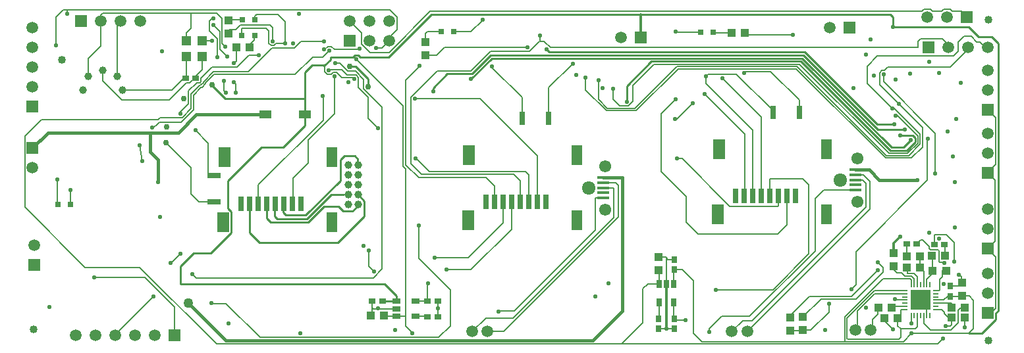
<source format=gtl>
G04*
G04 #@! TF.GenerationSoftware,Altium Limited,Altium Designer,21.6.4 (81)*
G04*
G04 Layer_Physical_Order=1*
G04 Layer_Color=255*
%FSLAX25Y25*%
%MOIN*%
G70*
G04*
G04 #@! TF.SameCoordinates,DF6BEBB8-A918-4F7C-B8FD-E409C10D3AD1*
G04*
G04*
G04 #@! TF.FilePolarity,Positive*
G04*
G01*
G75*
%ADD10C,0.01000*%
%ADD15R,0.05709X0.09843*%
%ADD16R,0.05906X0.09843*%
%ADD17R,0.03150X0.07480*%
%ADD18R,0.03937X0.04331*%
%ADD19R,0.03150X0.03150*%
%ADD20R,0.03150X0.06693*%
%ADD21R,0.06693X0.03150*%
%ADD22R,0.06299X0.03937*%
%ADD23R,0.05118X0.05118*%
%ADD24R,0.05906X0.01772*%
%ADD25R,0.04331X0.03937*%
%ADD26R,0.03543X0.02756*%
%ADD27R,0.04331X0.02559*%
%ADD28R,0.02756X0.03543*%
%ADD29O,0.03150X0.00787*%
%ADD30O,0.00787X0.03150*%
%ADD32R,0.02559X0.04331*%
%ADD37C,0.05000*%
%ADD58C,0.03000*%
%ADD62C,0.04000*%
%ADD63R,0.10236X0.10236*%
%ADD64C,0.00600*%
%ADD65C,0.00800*%
%ADD66C,0.01500*%
%ADD67C,0.01200*%
%ADD68C,0.05906*%
%ADD69R,0.05906X0.05906*%
%ADD70R,0.05906X0.05906*%
%ADD71C,0.03937*%
%ADD72O,0.06693X0.07087*%
%ADD73C,0.06102*%
%ADD74C,0.02200*%
%ADD75C,0.01968*%
D10*
X363763Y156563D02*
Y161500D01*
X19013Y126750D02*
X25763Y120000D01*
X3100Y26420D02*
X3224Y26296D01*
X3100Y26420D02*
Y34980D01*
Y26400D02*
Y26420D01*
X3224Y26296D02*
X106304D01*
X27263Y64530D02*
Y78500D01*
X3100Y34980D02*
X9822Y41701D01*
X27263Y64530D02*
X28916Y62877D01*
X18494Y41701D02*
X28916Y52123D01*
Y62877D01*
X9822Y41701D02*
X18494D01*
X90563Y130700D02*
X91200Y130063D01*
X129963Y162700D02*
X236263D01*
X88763Y136500D02*
X91763D01*
X50863Y60400D02*
Y67449D01*
X363700Y156563D02*
X363763D01*
X406943Y151600D02*
X413800D01*
X401980Y156563D02*
X406943Y151600D01*
X363763Y156563D02*
X401980D01*
X413800Y151600D02*
X417263Y148137D01*
X108563Y141300D02*
X129963Y162700D01*
X94074Y141300D02*
X108563D01*
X93111Y142263D02*
X94074Y141300D01*
X91289Y142263D02*
X93111D01*
X90326Y141300D02*
X91289Y142263D01*
X79063Y141300D02*
X90326D01*
X362463Y162800D02*
X363763Y161500D01*
X236263Y162800D02*
X362463D01*
X402063Y1000D02*
X408661D01*
X106304Y26296D02*
X112539Y20061D01*
Y17303D02*
Y20061D01*
X105519Y17303D02*
X112539D01*
X160763Y140600D02*
X317863D01*
X160100Y142200D02*
X318526D01*
X189863Y143800D02*
X319188D01*
X367463Y101500D02*
X373763D01*
X374963Y100300D01*
Y98089D02*
Y100300D01*
X370774Y93900D02*
X374963Y98089D01*
X362300Y93900D02*
X370774D01*
X317200Y139000D02*
X362300Y93900D01*
X241463Y139000D02*
X317200D01*
X228963Y126500D02*
X241463Y139000D01*
X228963Y118400D02*
Y126500D01*
X319188Y143800D02*
X355788Y107200D01*
X364463D01*
X356126Y104600D02*
X369663D01*
X318526Y142200D02*
X356126Y104600D01*
X362963Y95500D02*
X369263D01*
X317863Y140600D02*
X362963Y95500D01*
X188563Y145100D02*
X189863Y143800D01*
X150600Y132700D02*
X160100Y142200D01*
X138063Y132700D02*
X150600D01*
X150163Y130000D02*
X160763Y140600D01*
X130963Y125600D02*
X138063Y132700D01*
X130963Y123900D02*
Y125600D01*
X369263Y95500D02*
X372763Y99000D01*
X364463Y107200D02*
X364563Y107100D01*
X408661Y1000D02*
X415753Y8092D01*
Y11210D01*
X417263Y12720D02*
Y148137D01*
X415753Y11210D02*
X417263Y12720D01*
X75263Y137000D02*
X76263D01*
X69763D02*
X75263D01*
X91763Y136500D02*
X98263Y130000D01*
Y127500D02*
Y130000D01*
X25763Y120000D02*
X66263D01*
X79063Y139800D02*
Y141300D01*
X76263Y137000D02*
X79063Y139800D01*
X66263Y133500D02*
X69763Y137000D01*
X66263Y120000D02*
Y133500D01*
Y112000D02*
Y120000D01*
Y106500D02*
Y112000D01*
X55263Y95500D02*
X66263Y106500D01*
X44263Y95500D02*
X55263D01*
X27263Y78500D02*
X44263Y95500D01*
X43263Y47000D02*
X82763D01*
X96263Y60500D01*
Y68100D01*
X90263Y63000D02*
X92463Y65200D01*
Y66500D01*
X92963Y71400D02*
X96263Y68100D01*
X67059Y59000D02*
X79559Y71500D01*
X85763D01*
X66563Y61000D02*
X84063Y78500D01*
X75822Y65500D02*
X83063D01*
X85563Y63000D01*
X90263D01*
X55163Y62400D02*
Y67449D01*
X56363Y61000D02*
X66563D01*
X56363D02*
Y61200D01*
X55163Y62400D02*
X56363Y61200D01*
X50863Y60400D02*
X52263Y59000D01*
X46763Y59500D02*
X48863Y57400D01*
X46763Y59500D02*
Y67449D01*
X38263Y52000D02*
X43263Y47000D01*
X38263Y52000D02*
Y67449D01*
X52263Y59000D02*
X67059D01*
X48863Y57400D02*
X67721D01*
X75822Y65500D01*
X84063Y78500D02*
Y89000D01*
X86063Y91000D01*
X91363D01*
X92863Y89500D01*
Y86500D02*
Y89500D01*
D15*
X79863Y90500D02*
D03*
X79816Y57500D02*
D03*
X330153Y61500D02*
D03*
X330200Y94500D02*
D03*
X203653Y58500D02*
D03*
X203700Y91500D02*
D03*
D16*
X25363Y90500D02*
D03*
X24863Y57500D02*
D03*
X275200Y61500D02*
D03*
X275700Y94500D02*
D03*
X148700Y58500D02*
D03*
X149200Y91500D02*
D03*
D17*
X33851Y66949D02*
D03*
X38182D02*
D03*
X42513D02*
D03*
X46843D02*
D03*
X51174D02*
D03*
X55505D02*
D03*
X59835D02*
D03*
X64166D02*
D03*
X314503Y70949D02*
D03*
X310172D02*
D03*
X305842D02*
D03*
X301511D02*
D03*
X297180D02*
D03*
X292850D02*
D03*
X288519D02*
D03*
X284188D02*
D03*
X188003Y67949D02*
D03*
X183672D02*
D03*
X179342D02*
D03*
X175011D02*
D03*
X170680D02*
D03*
X166350D02*
D03*
X162019D02*
D03*
X157688D02*
D03*
D18*
X318200Y2654D02*
D03*
Y9347D02*
D03*
X311700Y2454D02*
D03*
Y9146D02*
D03*
X27500Y159947D02*
D03*
Y153253D02*
D03*
X398700Y26846D02*
D03*
Y20154D02*
D03*
X245200Y33154D02*
D03*
Y39846D02*
D03*
X127263Y148846D02*
D03*
Y142154D02*
D03*
X364200Y35153D02*
D03*
Y41846D02*
D03*
D19*
X40848Y160000D02*
D03*
X34352D02*
D03*
X34152Y152100D02*
D03*
X40648D02*
D03*
X-59048Y66600D02*
D03*
X-52552D02*
D03*
X141448Y154000D02*
D03*
X134952D02*
D03*
X266315Y153900D02*
D03*
X272811D02*
D03*
D20*
X176070Y110100D02*
D03*
X189456D02*
D03*
X316356Y113000D02*
D03*
X302970D02*
D03*
D21*
X20263Y67907D02*
D03*
Y81293D02*
D03*
D22*
X46263Y112000D02*
D03*
X66263D02*
D03*
D23*
X6200Y141500D02*
D03*
X14074D02*
D03*
X6200Y149374D02*
D03*
X14074D02*
D03*
D24*
X344700Y73764D02*
D03*
Y76323D02*
D03*
Y78882D02*
D03*
Y81441D02*
D03*
Y84000D02*
D03*
X217200Y69764D02*
D03*
Y72323D02*
D03*
Y74882D02*
D03*
Y77441D02*
D03*
Y80000D02*
D03*
D25*
X38109Y146000D02*
D03*
X31417D02*
D03*
X106109Y10063D02*
D03*
X99417D02*
D03*
X356316Y14300D02*
D03*
X363010D02*
D03*
X400046Y14000D02*
D03*
X393354D02*
D03*
Y9000D02*
D03*
X400046D02*
D03*
X390610Y32800D02*
D03*
X383917D02*
D03*
X383417Y40600D02*
D03*
X390109D02*
D03*
X377547Y40000D02*
D03*
X370853D02*
D03*
X370853Y34500D02*
D03*
X377547D02*
D03*
X359517Y8700D02*
D03*
X366210D02*
D03*
X282217Y153500D02*
D03*
X288910D02*
D03*
D26*
X10822Y130500D02*
D03*
X5704D02*
D03*
X133322Y17563D02*
D03*
X128204D02*
D03*
X384641Y46000D02*
D03*
X389759D02*
D03*
X375759Y46500D02*
D03*
X370641D02*
D03*
X100204Y17500D02*
D03*
X105322D02*
D03*
X128204Y9563D02*
D03*
X133322D02*
D03*
D27*
X121987Y17303D02*
D03*
Y9823D02*
D03*
X112539D02*
D03*
Y13563D02*
D03*
Y17303D02*
D03*
D28*
X392700Y25059D02*
D03*
Y19941D02*
D03*
X245200Y3441D02*
D03*
Y8559D02*
D03*
X253200Y38559D02*
D03*
Y33441D02*
D03*
Y3441D02*
D03*
Y8559D02*
D03*
D29*
X385574Y13276D02*
D03*
Y14850D02*
D03*
Y16425D02*
D03*
Y18000D02*
D03*
Y19575D02*
D03*
Y21150D02*
D03*
Y22724D02*
D03*
X369826D02*
D03*
Y21150D02*
D03*
Y19575D02*
D03*
Y18000D02*
D03*
Y16425D02*
D03*
Y14850D02*
D03*
Y13276D02*
D03*
D30*
X382424Y25874D02*
D03*
X380850D02*
D03*
X379275D02*
D03*
X377700D02*
D03*
X376125D02*
D03*
X374550D02*
D03*
X372976D02*
D03*
Y10126D02*
D03*
X374550D02*
D03*
X376125D02*
D03*
X377700D02*
D03*
X379275D02*
D03*
X380850D02*
D03*
X382424D02*
D03*
D32*
X252846Y16791D02*
D03*
X245365D02*
D03*
Y26240D02*
D03*
X249106D02*
D03*
X252846D02*
D03*
D37*
X7100Y16400D02*
D03*
D58*
X98263Y126000D02*
D03*
X88763Y136500D02*
D03*
X-4400Y97900D02*
D03*
X-3737Y105750D02*
D03*
X19263Y127000D02*
D03*
X4763Y120000D02*
D03*
D62*
X412100Y-2562D02*
D03*
Y160000D02*
D03*
X-56734Y139637D02*
D03*
X-71400Y3000D02*
D03*
D63*
X377700Y18000D02*
D03*
D64*
X387500Y28337D02*
X388863Y29700D01*
X385574Y22724D02*
X385610Y22760D01*
X387091D02*
X387500Y23170D01*
Y28337D01*
X385610Y22760D02*
X387091D01*
X267000Y-3100D02*
X339363D01*
X358740Y28800D02*
X372300D01*
X339363Y-3100D02*
X368963D01*
X372976Y25874D02*
Y28124D01*
X372300Y28800D02*
X372976Y28124D01*
X-75590Y64990D02*
X-45200Y34600D01*
X-75590Y64990D02*
Y101210D01*
X-14900Y29500D02*
X0Y14600D01*
X-40500Y29500D02*
X-14900D01*
X0Y100D02*
Y14600D01*
X21300Y-4200D02*
X226500D01*
X-45200Y34600D02*
X-17500D01*
X21300Y-4200D01*
X-29700Y800D02*
X-10600Y19900D01*
X19400Y16300D02*
X26200D01*
X43400Y-900D01*
X226500Y-4200D02*
X226550Y-4150D01*
X9000Y31300D02*
X11000Y29300D01*
X100628Y29300D01*
X105200Y33872D01*
Y115669D01*
X133800Y-900D02*
X139600Y4900D01*
X43400Y-900D02*
X133800D01*
X139600Y4900D02*
Y23200D01*
X123600Y39200D02*
X139600Y23200D01*
X123600Y39200D02*
Y55700D01*
X-17700Y96500D02*
X-16144Y88556D01*
X-9498Y106576D02*
X-9074D01*
X-7500Y108150D01*
X-11100Y105350D02*
X-10724D01*
X-9498Y106576D01*
X-1700Y36900D02*
X3000Y41600D01*
X93263Y125909D02*
Y130828D01*
X95863Y125006D02*
X105200Y115669D01*
X95863Y125006D02*
Y129937D01*
X91700Y134100D02*
X95863Y129937D01*
X98263Y110000D02*
Y120909D01*
X93263Y125909D02*
X98263Y120909D01*
Y110000D02*
X102763Y105500D01*
X84783Y134700D02*
X87383Y132100D01*
X87769Y134100D02*
X91700D01*
X83869Y138000D02*
X87769Y134100D01*
X91991Y132100D02*
X93263Y130828D01*
X87383Y132100D02*
X91991D01*
X81563Y138000D02*
X83869D01*
X78263Y134500D02*
X78463Y134700D01*
X84783D01*
X102250Y145713D02*
X104976D01*
X108763Y149500D01*
X33952Y152100D02*
Y155689D01*
X3312Y108150D02*
X9663Y114500D01*
X-7500Y108150D02*
X3312D01*
X-75590Y101210D02*
X-67300Y109500D01*
X-8200D02*
X-7137Y110563D01*
X-67300Y109500D02*
X-8200D01*
X4028Y110563D02*
X8463Y114998D01*
X-7137Y110563D02*
X4028D01*
X8563Y163500D02*
X21526D01*
X-36237D02*
X8563D01*
X377563Y97012D02*
Y102100D01*
X371751Y91200D02*
X377563Y97012D01*
X355863Y141700D02*
X394300D01*
X396600Y144000D01*
Y148700D01*
X407663Y148900D02*
X410563Y146000D01*
X406100Y148900D02*
X407663D01*
X403300Y151700D02*
X406100Y148900D01*
X399600Y151700D02*
X403300D01*
X185100Y149300D02*
X187191D01*
X185100Y149609D02*
Y152300D01*
X187191Y149300D02*
X190491Y146000D01*
X179691Y144200D02*
X184791Y149300D01*
X393354Y5454D02*
Y9000D01*
X392700Y4800D02*
X393354Y5454D01*
X390500Y4800D02*
X392700D01*
X393063Y2700D02*
X396863Y6500D01*
X382763Y2700D02*
X393063D01*
X379275Y6188D02*
X382763Y2700D01*
X386400Y-4300D02*
X389100Y-1600D01*
X402063Y1000D02*
X404563Y3500D01*
X373163Y1000D02*
X402063D01*
X226700Y-4300D02*
X386400D01*
X226550Y-4150D02*
X226700Y-4300D01*
X391700Y9000D02*
X393354D01*
X389700Y11000D02*
X391700Y9000D01*
X389700Y11000D02*
Y11951D01*
X388376Y13276D02*
X389700Y11951D01*
X385574Y13276D02*
X388376D01*
X18937Y160800D02*
X19700D01*
X21526Y163500D02*
X24200Y160826D01*
X-37300Y162437D02*
X-36237Y163500D01*
X40848Y160000D02*
Y162048D01*
X41600Y162800D01*
X52463D01*
X8463Y114998D02*
Y122397D01*
X13088Y127022D01*
X13464D01*
X14694Y128252D01*
Y128628D01*
X19766Y133700D01*
X37291D01*
X49391Y145800D01*
X60765D01*
X64065Y149100D01*
X75863D01*
X226550Y-4150D02*
X237200Y6500D01*
Y23800D01*
X239640Y26240D01*
X245365D01*
X257104Y33441D02*
X262600Y27945D01*
Y1300D02*
Y27945D01*
Y1300D02*
X267000Y-3100D01*
X331300Y11700D02*
Y16200D01*
X322253Y2654D02*
X331300Y11700D01*
X318200Y2654D02*
X322253D01*
X311700Y10100D02*
X321300Y19700D01*
X342763D01*
X356163Y33100D01*
X345000Y18500D02*
X358800Y32300D01*
X327354Y18500D02*
X345000D01*
X318200Y9347D02*
X327354Y18500D01*
X358800Y32300D02*
Y34363D01*
X345063Y25663D02*
Y42600D01*
X311700Y2454D02*
X318000D01*
X342800Y23400D02*
X345063Y25663D01*
X356163Y37000D02*
X358800Y34363D01*
X311700Y9146D02*
Y10100D01*
X339363Y-2800D02*
Y9422D01*
X354484Y21150D02*
X369826D01*
X345863Y12528D02*
X354484Y21150D01*
X345863Y4463D02*
Y12528D01*
X354362Y22724D02*
X369826D01*
X340563Y8925D02*
X354362Y22724D01*
X340563Y-1500D02*
Y8925D01*
X339363Y9422D02*
X358740Y28800D01*
X98500Y35000D02*
X101000Y32500D01*
X98500Y35000D02*
Y43000D01*
X24200Y148063D02*
Y160826D01*
Y148063D02*
X25763Y146500D01*
X19763Y157500D02*
X23000Y154263D01*
Y145263D02*
Y154263D01*
Y145263D02*
X26763Y141500D01*
X17637Y154626D02*
X21763Y150500D01*
Y141000D02*
Y150500D01*
X33500Y157400D02*
X48363D01*
X31254Y155154D02*
X33500Y157400D01*
X27763Y155154D02*
X31254D01*
X48363Y157400D02*
X49763Y156000D01*
X46574Y155689D02*
X47763Y154500D01*
X33952Y155689D02*
X46574D01*
X340963Y-1900D02*
X366663D01*
X340563Y-1500D02*
X340963Y-1900D01*
X366663D02*
X367663Y-900D01*
X368963Y-3100D02*
X373063Y1000D01*
X367663Y-900D02*
Y3400D01*
X353363Y8137D02*
X356137Y10911D01*
X353363Y3800D02*
Y8137D01*
X356137Y10911D02*
Y12384D01*
X345863Y4463D02*
X347326Y3000D01*
X381263Y78800D02*
Y99700D01*
X345063Y42600D02*
X381263Y78800D01*
X175011Y67949D02*
Y78452D01*
X171763Y81700D02*
X175011Y78452D01*
X125063Y81700D02*
X171763D01*
X119763Y87000D02*
X125063Y81700D01*
X119763Y120928D02*
X132935Y134100D01*
X149963D01*
X119763Y87000D02*
Y120928D01*
X149963Y134100D02*
X160063Y144200D01*
X179691D01*
X190491Y146000D02*
X376500D01*
X359463Y134400D02*
X361163Y136100D01*
X358135Y134400D02*
X359463D01*
X356963Y133228D02*
X358135Y134400D01*
X356963Y127300D02*
Y133228D01*
Y127300D02*
X366763Y117500D01*
X350663Y127900D02*
X363463Y115100D01*
X350663Y127900D02*
Y136500D01*
X355863Y141700D01*
X410563Y146000D02*
X411700D01*
X253200Y33441D02*
X257104D01*
X208263Y124403D02*
Y130800D01*
Y124403D02*
X218666Y114000D01*
X233760D01*
X254960Y135200D01*
X314766D01*
X359966Y90000D01*
X373148D01*
X378763Y95615D01*
Y105500D01*
X366763Y117500D02*
X378763Y105500D01*
X214663Y119700D02*
Y129400D01*
Y119700D02*
X219163Y115200D01*
X233263D01*
X254463Y136400D01*
X315263D01*
X360463Y91200D01*
X371751D01*
X364563Y115100D02*
X377563Y102100D01*
X363463Y115100D02*
X364563D01*
X365063Y111500D02*
X365963D01*
X376363Y101100D01*
X371254Y92400D02*
X376363Y97509D01*
X361663Y92400D02*
X371254D01*
X376363Y97509D02*
Y101100D01*
X316463Y137600D02*
X361663Y92400D01*
X242763Y137600D02*
X316463D01*
X232063Y126900D02*
X242763Y137600D01*
X232063Y118672D02*
Y126900D01*
X229791Y116400D02*
X232063Y118672D01*
X225563Y116400D02*
X229791D01*
X222263Y119700D02*
X225563Y116400D01*
X222263Y119700D02*
Y125000D01*
X268513Y122550D02*
X288863Y102200D01*
X254463Y109800D02*
X262363Y117700D01*
X253563Y109800D02*
X254463D01*
X277463Y130400D02*
X297180Y110683D01*
Y70949D02*
Y110683D01*
X282263Y2000D02*
X287863Y7600D01*
X292463D01*
X350063Y65200D01*
Y77264D01*
X348445Y78882D02*
X350063Y77264D01*
X344700Y78882D02*
X348445D01*
X344700Y81441D02*
X348822D01*
X352263Y78000D01*
Y64189D02*
Y78000D01*
X290074Y2000D02*
X352263Y64189D01*
X301563Y71001D02*
Y79600D01*
X274363Y23300D02*
X302963D01*
X321163Y41500D01*
Y76400D01*
X317963Y79600D02*
X321163Y76400D01*
X301563Y79600D02*
X317963D01*
X253959Y7800D02*
X258863D01*
X252846Y26240D02*
Y33087D01*
X245365Y26240D02*
Y32988D01*
X252846Y8913D02*
Y16791D01*
X245365Y8724D02*
Y16791D01*
X305463Y51500D02*
X310172Y56209D01*
X265263Y51500D02*
X305463D01*
X259263Y57500D02*
X265263Y51500D01*
X259263Y57500D02*
Y70400D01*
X246563Y83100D02*
X259263Y70400D01*
X246563Y112400D02*
X253863Y119700D01*
X246563Y83100D02*
Y112400D01*
X310172Y56209D02*
Y70949D01*
X288863Y71900D02*
Y102200D01*
X301511Y70949D02*
X301563Y71001D01*
X288519Y70949D02*
Y73206D01*
X254563Y89700D02*
X256963D01*
X281163Y65500D01*
X305563D01*
X305842Y65779D01*
Y70949D01*
X394763Y37700D02*
Y47100D01*
X390685Y51178D02*
X394763Y47100D01*
X384641Y51178D02*
X390685D01*
X386963Y37400D02*
Y43100D01*
X386463Y43600D02*
X386963Y43100D01*
X382618Y43600D02*
X386463D01*
X381969Y44249D02*
X382618Y43600D01*
X387363Y37000D02*
X389463D01*
X386963Y37400D02*
X387363Y37000D01*
X381969Y44249D02*
Y45294D01*
X378759Y48504D02*
X381969Y45294D01*
X377763Y48504D02*
X378759D01*
X375759Y46500D02*
X377763Y48504D01*
X384641Y46000D02*
Y51178D01*
X390047Y40000D02*
Y45713D01*
X398563Y26709D02*
Y29800D01*
X397563Y30800D02*
X398563Y29800D01*
X396913Y25059D02*
X398563Y26709D01*
X392700Y25059D02*
X396913D01*
X398700Y20154D02*
X402310D01*
X404563Y17900D01*
Y3500D02*
Y17900D01*
X388863Y32816D02*
X390546Y34500D01*
X388863Y29700D02*
Y32816D01*
X366210Y4854D02*
Y8700D01*
Y4854D02*
X367663Y3400D01*
X375063D01*
X376125Y4462D01*
X372976Y6313D02*
Y10126D01*
X376125Y4462D02*
Y10126D01*
X400046Y4183D02*
Y9000D01*
X379275Y6188D02*
Y10126D01*
X396863Y6500D02*
Y12800D01*
X398063Y14000D01*
X400046D01*
X393354D02*
X393438Y14084D01*
Y16425D01*
X385574D02*
X393438D01*
X392700Y19941D02*
X398487D01*
X391304D02*
X392700D01*
X389363Y18000D02*
X391304Y19941D01*
X385574Y18000D02*
X389363D01*
X359517Y7346D02*
X363763Y3100D01*
X359517Y7346D02*
Y8700D01*
X366210D02*
X367639Y10129D01*
Y13276D01*
X369826D01*
X363560Y14850D02*
X369826D01*
X364163Y18900D02*
X365063Y18000D01*
X369826D01*
X370641Y40213D02*
Y46500D01*
X364200Y33363D02*
Y35153D01*
Y33363D02*
X365863Y31700D01*
X368247D01*
X369647Y30300D01*
X372938D01*
X374550Y28687D01*
Y25874D02*
Y28687D01*
X370853Y34500D02*
X371263Y34091D01*
Y31500D02*
Y34091D01*
Y31500D02*
X374387D01*
X376125Y29762D01*
Y25874D02*
Y29762D01*
X377547Y34500D02*
Y40000D01*
X383854Y34500D02*
Y39500D01*
Y31591D02*
Y34500D01*
X380850Y28587D02*
X383854Y31591D01*
X380850Y25874D02*
Y28587D01*
X379275Y25874D02*
Y32772D01*
X411700Y114500D02*
X415663Y110537D01*
Y86800D02*
Y110537D01*
X411700Y82837D02*
X415663Y86800D01*
X411700Y82500D02*
Y82837D01*
Y82500D02*
X415553Y78647D01*
Y47853D02*
Y78647D01*
X411700Y44000D02*
X415553Y47853D01*
X411700Y44000D02*
X415863Y39837D01*
Y13700D02*
Y39837D01*
X413663Y11500D02*
X415863Y13700D01*
X411700Y11500D02*
X413663D01*
X19066Y136000D02*
X31763D01*
X20263Y132500D02*
X61263D01*
X75263Y137000D02*
X76263Y136000D01*
Y133672D02*
Y136000D01*
Y133672D02*
X77435Y132500D01*
X79435D01*
X80435Y133500D01*
X82091D01*
X84891Y130700D01*
X90563D01*
X25263Y124000D02*
X26200Y123063D01*
X25263Y124000D02*
Y129000D01*
X61263Y132500D02*
X69986Y141223D01*
X15894Y128131D02*
X20263Y132500D01*
X17637Y154626D02*
Y159500D01*
X18937Y160800D01*
X13494Y128749D02*
Y130428D01*
X11288Y128222D02*
X12967D01*
X15894Y127755D02*
Y128131D01*
X13961Y125822D02*
X15894Y127755D01*
X13585Y125822D02*
X13961D01*
X9663Y121900D02*
X13585Y125822D01*
X12967Y128222D02*
X13494Y128749D01*
X9663Y114500D02*
Y121900D01*
X7263Y117500D02*
Y124197D01*
X13494Y130428D02*
X19066Y136000D01*
X7263Y124197D02*
X11288Y128222D01*
X69986Y141223D02*
X75263D01*
X78563Y144523D01*
X31763Y136000D02*
X37763Y142000D01*
X42763D01*
X3263Y113500D02*
X7263Y117500D01*
X81263Y112500D02*
Y131500D01*
X67763Y99000D02*
X81263Y112500D01*
X67763Y87500D02*
Y99000D01*
X51591Y148000D02*
X56263D01*
X50591Y147000D02*
X51591Y148000D01*
X48935Y147000D02*
X50591D01*
X47763Y148172D02*
X48935Y147000D01*
X47763Y148172D02*
Y154500D01*
X49763Y149000D02*
Y156000D01*
X59963Y67449D02*
Y79700D01*
X67763Y87500D01*
X380850Y10126D02*
Y14850D01*
X401700Y145103D02*
Y146000D01*
X392697Y136100D02*
X401700Y145103D01*
X361163Y136100D02*
X392697D01*
X396600Y148700D02*
X399600Y151700D01*
X376500Y146000D02*
Y149300D01*
X377700Y150500D01*
X388600D01*
X391700Y147400D01*
Y146000D02*
Y147400D01*
D65*
X328664Y73764D02*
X344700D01*
X324363Y69463D02*
X328664Y73764D01*
X324363Y42800D02*
Y69463D01*
X117086Y4877D02*
X120563Y1400D01*
X-59100Y67775D02*
Y79000D01*
Y67775D02*
X-58985Y66600D01*
X-52600Y66437D02*
Y73700D01*
X-54237Y163000D02*
Y165063D01*
X-56074Y165163D02*
X109100D01*
X253663Y153900D02*
X266315D01*
X269063Y131600D02*
X269963Y132500D01*
X269063Y127800D02*
Y131500D01*
X75363Y109200D02*
Y121800D01*
X249106Y3443D02*
X253198D01*
X133322Y9563D02*
Y17563D01*
X164263Y12500D02*
X172063D01*
X100700Y13563D02*
X112539D01*
X8300Y71863D02*
X12356Y67807D01*
X-4400Y97900D02*
X8300Y85200D01*
Y71863D02*
Y85200D01*
X3263Y112000D02*
Y113500D01*
X398300Y164400D02*
X401200Y161500D01*
X393890Y164400D02*
X398300D01*
X383890D02*
X388510D01*
X382837Y165453D02*
X383890Y164400D01*
X379563Y165453D02*
X382837D01*
X378510Y164400D02*
X379563Y165453D01*
X129542Y164400D02*
X378510D01*
X392837Y165453D02*
X393890Y164400D01*
X389563Y165453D02*
X392837D01*
X388510Y164400D02*
X389563Y165453D01*
X108755Y143613D02*
X129542Y164400D01*
X99060Y143613D02*
X108755D01*
X94810Y147863D02*
X99060Y143613D01*
X94810Y147863D02*
Y153453D01*
X88763Y159500D02*
X94810Y153453D01*
X52463Y162800D02*
X56263Y159000D01*
X150263Y33500D02*
X170680Y53917D01*
X137700Y33500D02*
X150263D01*
X40448Y149748D02*
Y152100D01*
X38109Y147409D02*
X40448Y149748D01*
X38109Y146000D02*
Y147409D01*
X12356Y67807D02*
X17200D01*
X249163Y3400D02*
X253159D01*
X245241D02*
X249163D01*
X-36300Y129263D02*
Y134500D01*
Y129263D02*
X-26637Y119600D01*
X-2437D01*
X6085Y128122D01*
X7890D01*
X10268Y130500D01*
X10822D01*
X385163Y82100D02*
Y102500D01*
X358963Y128700D02*
X385163Y102500D01*
X358963Y128700D02*
Y132400D01*
X117086Y4877D02*
Y9823D01*
X131763Y39600D02*
X148763D01*
X166350Y57187D01*
Y67949D01*
X288563Y133100D02*
X289363Y133900D01*
X269963Y132500D02*
X284570D01*
X303070Y114000D01*
X289363Y133900D02*
X301863D01*
X316456Y119307D01*
Y114000D02*
Y119307D01*
X273211Y153500D02*
X282217D01*
X289910Y152600D02*
X313263D01*
X160463Y136300D02*
X176070Y120693D01*
X189456Y125693D02*
X201663Y137900D01*
X189456Y111000D02*
Y125693D01*
X176070Y111000D02*
Y120693D01*
X150063Y154000D02*
X155963Y159900D01*
X141448Y154000D02*
X150063D01*
X128163D02*
X134952D01*
X127263Y153100D02*
X128163Y154000D01*
X127263Y148846D02*
Y153100D01*
Y142154D02*
X132617D01*
X136663Y146200D01*
X178863D01*
X172063Y12500D02*
X213027Y53464D01*
Y69764D01*
X150763Y2000D02*
X157663Y8900D01*
X171583D01*
X222345Y59662D01*
Y74882D01*
X217200D02*
X222345D01*
X217200Y77441D02*
X223422D01*
X224663Y76200D01*
Y60000D02*
Y76200D01*
X166663Y2000D02*
X224663Y60000D01*
X158574Y2000D02*
X166663D01*
X117263Y129500D02*
X124263Y136500D01*
X121763Y120000D02*
X154763D01*
X270863Y2000D02*
Y3500D01*
X277063Y9700D01*
X291263D01*
X324363Y42800D01*
X249106Y39342D02*
X249889Y38559D01*
X253200D01*
X245200Y39846D02*
X248602D01*
X249106Y39342D01*
Y26240D02*
Y39342D01*
X253159Y3400D02*
X253200Y3441D01*
X253198Y3443D02*
X253200Y3441D01*
X269063Y127800D02*
X292850Y104013D01*
Y70949D02*
Y104013D01*
X8563Y155800D02*
Y163500D01*
X30263Y128500D02*
X31200Y127563D01*
Y123063D02*
Y127563D01*
X6200Y153437D02*
X8563Y155800D01*
X-59737Y147000D02*
Y161500D01*
X-56074Y165163D01*
X109100D02*
X112763Y161500D01*
Y155000D02*
Y161500D01*
X108763Y151000D02*
X112763Y155000D01*
X108763Y149500D02*
Y151000D01*
X81055Y145000D02*
X93763D01*
X79433Y146623D02*
X81055Y145000D01*
X77693Y146623D02*
X79433D01*
X76071Y145000D02*
X77693Y146623D01*
X75763Y145000D02*
X76071D01*
X92263Y140000D02*
X115863Y116400D01*
Y85920D02*
Y116400D01*
Y85920D02*
X117263Y84520D01*
Y10000D02*
Y84520D01*
X117086Y9823D02*
X117263Y10000D01*
X112539Y9823D02*
X117086D01*
X30263Y138000D02*
X31417Y139154D01*
X14074Y149374D02*
X19263D01*
X10700Y104063D02*
X17200Y97563D01*
Y81193D02*
Y97563D01*
X56263Y148000D02*
Y159000D01*
X27663Y160047D02*
X33761D01*
X170680Y53917D02*
Y67949D01*
X106350Y9823D02*
X112539D01*
X100204Y14059D02*
Y17500D01*
Y10850D02*
Y14059D01*
X99417Y10063D02*
X100204Y10850D01*
Y14059D02*
X100700Y13563D01*
X121987Y9823D02*
X127944D01*
X121987Y17303D02*
X127944D01*
X128204Y17563D02*
Y26441D01*
X170680Y67949D02*
X171763Y66866D01*
X213027Y69764D02*
X217200D01*
X117263Y86500D02*
Y129500D01*
Y86500D02*
X123763Y80000D01*
X157763D01*
X162019Y75744D01*
Y67949D02*
Y75744D01*
X154763Y120000D02*
X183672Y91091D01*
Y67949D02*
Y91091D01*
X122263Y90000D02*
X129263Y83000D01*
X177763D01*
X179342Y81421D01*
Y67949D02*
Y81421D01*
X4763Y130500D02*
X5704D01*
X-1237Y124500D02*
X4763Y130500D01*
X-26300Y124500D02*
X-1237D01*
X6200Y130996D02*
Y141500D01*
X10822Y130500D02*
Y131559D01*
X14074Y134811D01*
Y141500D01*
X-29056Y131587D02*
Y157744D01*
X-37300Y159500D02*
Y162437D01*
Y146937D02*
Y159500D01*
X-43623Y140614D02*
X-37300Y146937D01*
X-43623Y131587D02*
Y140614D01*
X6200Y149374D02*
Y153437D01*
X31417Y139154D02*
Y146000D01*
X42513Y66949D02*
Y76350D01*
X75363Y109200D01*
D66*
X26050Y-2550D02*
X211713D01*
X7100Y16400D02*
X26050Y-2550D01*
X211713D02*
X226663Y12400D01*
X-12400Y102900D02*
X2163D01*
X-63837D02*
X-12400D01*
Y93200D02*
X-8400Y89200D01*
Y77700D02*
Y89200D01*
X-12400Y93200D02*
Y102900D01*
X-71737Y95000D02*
X-63837Y102900D01*
X2163D02*
X11263Y112000D01*
X356863Y78800D02*
X376000D01*
X217200Y80000D02*
X226663D01*
Y12400D02*
Y80000D01*
X351663Y84000D02*
X356863Y78800D01*
X344700Y84000D02*
X351663D01*
X11263Y112000D02*
X46263D01*
D67*
X236263Y151000D02*
Y162700D01*
X364200Y46737D02*
X367563Y50100D01*
X364200Y41846D02*
Y46737D01*
X249106Y3443D02*
Y26240D01*
D68*
X-50000Y100D02*
D03*
X-40000D02*
D03*
X-30000D02*
D03*
X-20000D02*
D03*
X-10000D02*
D03*
X-71000Y45900D02*
D03*
X-71800Y126000D02*
D03*
Y136000D02*
D03*
Y146000D02*
D03*
Y156000D02*
D03*
X108763Y159500D02*
D03*
Y149500D02*
D03*
X98763Y159500D02*
D03*
Y149500D02*
D03*
X88763Y159500D02*
D03*
X-71737Y85000D02*
D03*
X-37300Y159500D02*
D03*
X-27300D02*
D03*
X-17300D02*
D03*
X381200Y161500D02*
D03*
X391200D02*
D03*
X282263Y2000D02*
D03*
X290074D02*
D03*
X352500Y2900D02*
D03*
X344689D02*
D03*
X411700Y64000D02*
D03*
Y54000D02*
D03*
Y31500D02*
D03*
Y21500D02*
D03*
X391700Y146000D02*
D03*
X401700D02*
D03*
X411700D02*
D03*
X150763Y2000D02*
D03*
X158574D02*
D03*
X411700Y134500D02*
D03*
Y124500D02*
D03*
Y102500D02*
D03*
Y92500D02*
D03*
X331700Y156000D02*
D03*
X226263Y151000D02*
D03*
D69*
X0Y100D02*
D03*
X88763Y149500D02*
D03*
X-47300Y159500D02*
D03*
X401200Y161500D02*
D03*
X381700Y146000D02*
D03*
X341700Y156000D02*
D03*
X236263Y151000D02*
D03*
D70*
X-71000Y35900D02*
D03*
X-71800Y116000D02*
D03*
X-71737Y95000D02*
D03*
X411700Y44000D02*
D03*
Y11500D02*
D03*
Y114500D02*
D03*
Y82500D02*
D03*
D71*
X87963Y86400D02*
D03*
Y81400D02*
D03*
Y76400D02*
D03*
Y71400D02*
D03*
Y66400D02*
D03*
X92963D02*
D03*
Y71400D02*
D03*
Y76400D02*
D03*
Y81400D02*
D03*
Y86400D02*
D03*
X-26300Y124500D02*
D03*
X-36300Y134500D02*
D03*
X-46300Y124500D02*
D03*
X-29056Y131587D02*
D03*
X-43623D02*
D03*
D72*
X337220Y78882D02*
D03*
X209720Y74882D02*
D03*
D73*
X345684Y67858D02*
D03*
Y89906D02*
D03*
X218184Y63858D02*
D03*
Y85905D02*
D03*
D74*
X389500Y26100D02*
D03*
X-63300Y14400D02*
D03*
X-40500Y29500D02*
D03*
X18900Y16600D02*
D03*
X63800Y1100D02*
D03*
X120563D02*
D03*
X123600Y55700D02*
D03*
X-7400Y60300D02*
D03*
X-8400Y77700D02*
D03*
X-16144Y88556D02*
D03*
X-11100Y105350D02*
D03*
X-59100Y79000D02*
D03*
X-52600Y73700D02*
D03*
X-10500Y19700D02*
D03*
X-1900Y36700D02*
D03*
X-17700Y96500D02*
D03*
X-54237Y163000D02*
D03*
X8963Y31300D02*
D03*
X91200Y130063D02*
D03*
X81563Y138000D02*
D03*
X102250Y145713D02*
D03*
X27500Y6300D02*
D03*
X3000Y41600D02*
D03*
X128363Y26400D02*
D03*
X185100Y152300D02*
D03*
X390500Y4800D02*
D03*
X389263Y-1600D02*
D03*
X19700Y160800D02*
D03*
X75863Y149100D02*
D03*
X331300Y16200D02*
D03*
X356163Y37000D02*
D03*
Y33100D02*
D03*
X274263Y23300D02*
D03*
X376000Y78900D02*
D03*
X95900Y45600D02*
D03*
X101000Y32500D02*
D03*
X98500Y43000D02*
D03*
X137700Y33600D02*
D03*
X133363Y13700D02*
D03*
X350163Y142600D02*
D03*
X111700Y2863D02*
D03*
X212963Y19800D02*
D03*
X350163Y14000D02*
D03*
X381363Y99700D02*
D03*
X342800Y23400D02*
D03*
X385163Y82100D02*
D03*
X358963Y132400D02*
D03*
X387263Y49000D02*
D03*
X393963Y90900D02*
D03*
X131663Y39400D02*
D03*
X102948Y13800D02*
D03*
X219713Y26500D02*
D03*
X288563Y133100D02*
D03*
X253863Y154000D02*
D03*
X313263Y152600D02*
D03*
X269163Y131500D02*
D03*
X160663Y136400D02*
D03*
X155963Y160100D02*
D03*
X178863Y146200D02*
D03*
X201663Y137900D02*
D03*
X208163Y130700D02*
D03*
X164263Y12200D02*
D03*
X203563Y132100D02*
D03*
X216863Y125500D02*
D03*
X214863Y129600D02*
D03*
X222263Y125000D02*
D03*
X228963Y118400D02*
D03*
X367463Y101500D02*
D03*
X188563Y145100D02*
D03*
X130963Y123900D02*
D03*
X150163Y130000D02*
D03*
X124063Y136700D02*
D03*
X122163Y89900D02*
D03*
X121763Y120100D02*
D03*
X365063Y111500D02*
D03*
X364563Y107100D02*
D03*
X372763Y99000D02*
D03*
X369663Y104400D02*
D03*
X363463Y115100D02*
D03*
X366763Y117500D02*
D03*
X262363Y117700D02*
D03*
X253563Y109800D02*
D03*
X395263Y77900D02*
D03*
X343663Y125500D02*
D03*
X352563Y150000D02*
D03*
X354063Y131700D02*
D03*
X364963Y129700D02*
D03*
X372563Y132800D02*
D03*
X382163Y138700D02*
D03*
X391563Y103600D02*
D03*
X395663Y109900D02*
D03*
X398263Y128200D02*
D03*
X387263Y133300D02*
D03*
X270863Y1900D02*
D03*
X258863Y7800D02*
D03*
X249163Y3400D02*
D03*
X253863Y119700D02*
D03*
X277463Y130400D02*
D03*
X268463Y122500D02*
D03*
X329563Y2800D02*
D03*
X389916Y36900D02*
D03*
X394763Y37600D02*
D03*
X397046Y30800D02*
D03*
X373163Y1000D02*
D03*
X373063Y6100D02*
D03*
X399963Y4100D02*
D03*
X364663Y18400D02*
D03*
X363763Y3100D02*
D03*
X395263Y54800D02*
D03*
X381963Y52000D02*
D03*
X254563Y89700D02*
D03*
X367563Y50100D02*
D03*
X30263Y138000D02*
D03*
X26763Y141500D02*
D03*
X19263Y149374D02*
D03*
X25763Y146500D02*
D03*
X81263Y131500D02*
D03*
X26200Y123063D02*
D03*
X31200D02*
D03*
X21763Y141000D02*
D03*
X30263Y128500D02*
D03*
X25263Y129000D02*
D03*
X19763Y157500D02*
D03*
X363700Y156563D02*
D03*
X60200Y148063D02*
D03*
X-59800Y147063D02*
D03*
X63200Y163063D02*
D03*
X103200Y105063D02*
D03*
X92200Y140063D02*
D03*
X93700Y145563D02*
D03*
X10700Y104063D02*
D03*
X3200Y112563D02*
D03*
X78563Y144523D02*
D03*
X-6237Y144000D02*
D03*
X42763Y142000D02*
D03*
X56263Y148000D02*
D03*
X49763Y149000D02*
D03*
X75763Y145000D02*
D03*
X78263Y134500D02*
D03*
X88263Y128500D02*
D03*
X75263Y121600D02*
D03*
D75*
X379865Y15835D02*
D03*
X375535D02*
D03*
X379865Y20165D02*
D03*
X375535D02*
D03*
M02*

</source>
